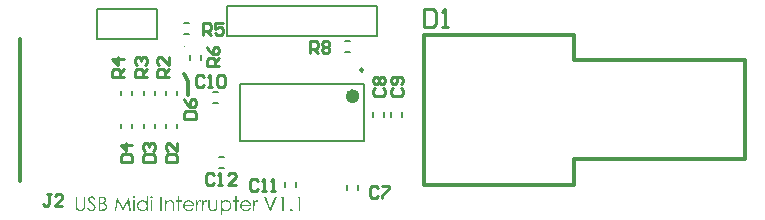
<source format=gto>
G04*
G04 #@! TF.GenerationSoftware,Altium Limited,Altium Designer,18.1.11 (251)*
G04*
G04 Layer_Color=65535*
%FSLAX25Y25*%
%MOIN*%
G70*
G01*
G75*
%ADD10C,0.00394*%
%ADD11C,0.02362*%
%ADD12C,0.00984*%
%ADD13C,0.01181*%
%ADD14C,0.00787*%
%ADD15C,0.01000*%
G36*
X326758Y264724D02*
X326796Y264714D01*
X326834Y264703D01*
X326878Y264681D01*
X326922Y264653D01*
X326965Y264615D01*
X326971Y264610D01*
X326982Y264593D01*
X327004Y264571D01*
X327026Y264544D01*
X327042Y264506D01*
X327064Y264457D01*
X327075Y264408D01*
X327080Y264353D01*
Y264348D01*
Y264331D01*
X327075Y264299D01*
X327064Y264266D01*
X327053Y264228D01*
X327031Y264184D01*
X327004Y264140D01*
X326965Y264096D01*
X326960Y264091D01*
X326944Y264080D01*
X326922Y264064D01*
X326894Y264042D01*
X326856Y264020D01*
X326807Y264004D01*
X326758Y263993D01*
X326703Y263987D01*
X326676D01*
X326649Y263993D01*
X326616Y264004D01*
X326572Y264015D01*
X326529Y264031D01*
X326485Y264058D01*
X326441Y264096D01*
X326436Y264102D01*
X326425Y264118D01*
X326409Y264140D01*
X326387Y264167D01*
X326365Y264206D01*
X326348Y264249D01*
X326338Y264299D01*
X326332Y264353D01*
Y264359D01*
Y264380D01*
X326338Y264408D01*
X326348Y264446D01*
X326359Y264484D01*
X326376Y264528D01*
X326403Y264571D01*
X326441Y264615D01*
X326447Y264621D01*
X326463Y264632D01*
X326485Y264653D01*
X326518Y264675D01*
X326556Y264692D01*
X326600Y264714D01*
X326649Y264724D01*
X326703Y264730D01*
X326731D01*
X326758Y264724D01*
D02*
G37*
G36*
X320916D02*
X320954Y264714D01*
X320992Y264703D01*
X321036Y264681D01*
X321080Y264653D01*
X321123Y264615D01*
X321129Y264610D01*
X321140Y264593D01*
X321162Y264571D01*
X321183Y264544D01*
X321200Y264506D01*
X321221Y264457D01*
X321232Y264408D01*
X321238Y264353D01*
Y264348D01*
Y264331D01*
X321232Y264299D01*
X321221Y264266D01*
X321211Y264228D01*
X321189Y264184D01*
X321162Y264140D01*
X321123Y264096D01*
X321118Y264091D01*
X321101Y264080D01*
X321080Y264064D01*
X321052Y264042D01*
X321014Y264020D01*
X320965Y264004D01*
X320916Y263993D01*
X320861Y263987D01*
X320834D01*
X320807Y263993D01*
X320774Y264004D01*
X320730Y264015D01*
X320686Y264031D01*
X320643Y264058D01*
X320599Y264096D01*
X320594Y264102D01*
X320583Y264118D01*
X320566Y264140D01*
X320545Y264167D01*
X320523Y264206D01*
X320506Y264249D01*
X320495Y264299D01*
X320490Y264353D01*
Y264359D01*
Y264380D01*
X320495Y264408D01*
X320506Y264446D01*
X320517Y264484D01*
X320534Y264528D01*
X320561Y264571D01*
X320599Y264615D01*
X320604Y264621D01*
X320621Y264632D01*
X320643Y264653D01*
X320675Y264675D01*
X320714Y264692D01*
X320757Y264714D01*
X320807Y264724D01*
X320861Y264730D01*
X320888D01*
X320916Y264724D01*
D02*
G37*
G36*
X306851Y264637D02*
X306884Y264632D01*
X306965Y264621D01*
X307064Y264599D01*
X307168Y264571D01*
X307277Y264528D01*
X307386Y264473D01*
X307391D01*
X307397Y264468D01*
X307413Y264457D01*
X307435Y264440D01*
X307495Y264397D01*
X307577Y264337D01*
X307621Y264299D01*
X307670Y264255D01*
X307719Y264200D01*
X307773Y264146D01*
X307828Y264086D01*
X307888Y264015D01*
X307948Y263944D01*
X308008Y263862D01*
X307621Y263572D01*
X307615Y263578D01*
X307610Y263589D01*
X307593Y263605D01*
X307577Y263627D01*
X307528Y263687D01*
X307462Y263763D01*
X307391Y263840D01*
X307315Y263916D01*
X307239Y263982D01*
X307200Y264015D01*
X307162Y264036D01*
X307151Y264042D01*
X307129Y264053D01*
X307091Y264075D01*
X307042Y264096D01*
X306982Y264113D01*
X306911Y264135D01*
X306834Y264146D01*
X306752Y264151D01*
X306703D01*
X306654Y264140D01*
X306589Y264129D01*
X306512Y264107D01*
X306436Y264080D01*
X306359Y264036D01*
X306288Y263976D01*
X306283Y263971D01*
X306261Y263944D01*
X306234Y263905D01*
X306201Y263856D01*
X306163Y263796D01*
X306136Y263720D01*
X306114Y263638D01*
X306108Y263545D01*
Y263540D01*
Y263518D01*
X306114Y263490D01*
Y263452D01*
X306125Y263403D01*
X306136Y263354D01*
X306147Y263299D01*
X306168Y263245D01*
X306174Y263239D01*
X306179Y263217D01*
X306196Y263190D01*
X306223Y263152D01*
X306256Y263103D01*
X306294Y263054D01*
X306343Y262994D01*
X306403Y262928D01*
X306409Y262923D01*
X306425Y262906D01*
X306458Y262879D01*
X306485Y262862D01*
X306512Y262835D01*
X306551Y262808D01*
X306594Y262775D01*
X306643Y262737D01*
X306698Y262693D01*
X306763Y262644D01*
X306840Y262590D01*
X306922Y262529D01*
X307015Y262458D01*
X307020Y262453D01*
X307042Y262437D01*
X307075Y262415D01*
X307113Y262382D01*
X307168Y262344D01*
X307222Y262295D01*
X307288Y262240D01*
X307353Y262186D01*
X307495Y262060D01*
X307632Y261923D01*
X307697Y261852D01*
X307757Y261782D01*
X307812Y261711D01*
X307861Y261645D01*
X307866Y261639D01*
X307872Y261629D01*
X307883Y261612D01*
X307899Y261585D01*
X307915Y261552D01*
X307932Y261514D01*
X307976Y261427D01*
X308019Y261317D01*
X308052Y261197D01*
X308079Y261072D01*
X308090Y260935D01*
Y260930D01*
Y260913D01*
Y260886D01*
X308085Y260848D01*
X308079Y260804D01*
X308068Y260755D01*
X308057Y260695D01*
X308041Y260629D01*
X308019Y260564D01*
X307992Y260493D01*
X307965Y260417D01*
X307926Y260340D01*
X307877Y260264D01*
X307828Y260187D01*
X307768Y260111D01*
X307697Y260040D01*
X307692Y260034D01*
X307681Y260023D01*
X307659Y260007D01*
X307626Y259980D01*
X307588Y259952D01*
X307544Y259920D01*
X307490Y259887D01*
X307430Y259854D01*
X307364Y259816D01*
X307293Y259783D01*
X307211Y259750D01*
X307129Y259723D01*
X307036Y259696D01*
X306944Y259679D01*
X306845Y259668D01*
X306742Y259663D01*
X306698D01*
X306671Y259668D01*
X306632D01*
X306589Y259674D01*
X306540Y259685D01*
X306485Y259690D01*
X306359Y259718D01*
X306228Y259761D01*
X306097Y259816D01*
X305961Y259892D01*
X305955Y259898D01*
X305944Y259903D01*
X305928Y259920D01*
X305901Y259936D01*
X305873Y259963D01*
X305835Y259991D01*
X305792Y260029D01*
X305748Y260072D01*
X305699Y260122D01*
X305650Y260182D01*
X305595Y260242D01*
X305540Y260313D01*
X305486Y260389D01*
X305431Y260471D01*
X305371Y260558D01*
X305316Y260657D01*
X305715Y260902D01*
X305721Y260892D01*
X305737Y260870D01*
X305759Y260831D01*
X305792Y260782D01*
X305830Y260722D01*
X305879Y260657D01*
X305933Y260586D01*
X305999Y260515D01*
X306065Y260438D01*
X306141Y260367D01*
X306223Y260302D01*
X306310Y260242D01*
X306403Y260193D01*
X306496Y260154D01*
X306594Y260133D01*
X306698Y260122D01*
X306742D01*
X306785Y260127D01*
X306845Y260138D01*
X306911Y260149D01*
X306987Y260165D01*
X307069Y260193D01*
X307146Y260231D01*
X307157Y260236D01*
X307178Y260253D01*
X307217Y260275D01*
X307266Y260307D01*
X307315Y260351D01*
X307369Y260400D01*
X307419Y260460D01*
X307462Y260526D01*
X307468Y260537D01*
X307479Y260558D01*
X307501Y260597D01*
X307522Y260646D01*
X307539Y260706D01*
X307561Y260777D01*
X307572Y260848D01*
X307577Y260924D01*
Y260930D01*
Y260935D01*
Y260968D01*
X307566Y261012D01*
X307555Y261072D01*
X307539Y261143D01*
X307506Y261225D01*
X307468Y261306D01*
X307413Y261394D01*
Y261399D01*
X307402Y261410D01*
X307391Y261427D01*
X307369Y261448D01*
X307342Y261481D01*
X307309Y261519D01*
X307271Y261558D01*
X307227Y261607D01*
X307173Y261661D01*
X307118Y261716D01*
X307047Y261782D01*
X306976Y261847D01*
X306894Y261918D01*
X306802Y261994D01*
X306709Y262071D01*
X306600Y262153D01*
X306594Y262158D01*
X306572Y262175D01*
X306545Y262196D01*
X306507Y262224D01*
X306458Y262262D01*
X306403Y262306D01*
X306288Y262404D01*
X306163Y262508D01*
X306043Y262617D01*
X305988Y262666D01*
X305939Y262715D01*
X305895Y262764D01*
X305862Y262803D01*
Y262808D01*
X305852Y262819D01*
X305841Y262835D01*
X305824Y262862D01*
X305808Y262890D01*
X305786Y262928D01*
X305742Y263021D01*
X305693Y263125D01*
X305655Y263250D01*
X305628Y263387D01*
X305622Y263458D01*
X305617Y263529D01*
Y263534D01*
Y263545D01*
Y263561D01*
Y263583D01*
X305622Y263638D01*
X305633Y263714D01*
X305655Y263802D01*
X305677Y263895D01*
X305715Y263993D01*
X305764Y264091D01*
Y264096D01*
X305770Y264102D01*
X305792Y264135D01*
X305824Y264178D01*
X305873Y264239D01*
X305928Y264304D01*
X305999Y264370D01*
X306086Y264435D01*
X306179Y264495D01*
X306185D01*
X306190Y264500D01*
X306206Y264511D01*
X306228Y264517D01*
X306283Y264544D01*
X306354Y264571D01*
X306441Y264593D01*
X306540Y264621D01*
X306649Y264637D01*
X306763Y264643D01*
X306818D01*
X306851Y264637D01*
D02*
G37*
G36*
X362035Y263370D02*
X362084Y263359D01*
X362144Y263349D01*
X362215Y263327D01*
X362286Y263294D01*
X362368Y263256D01*
X362128Y262874D01*
X362122Y262879D01*
X362106Y262884D01*
X362079Y262895D01*
X362046Y262906D01*
X361969Y262928D01*
X361931Y262939D01*
X361855D01*
X361811Y262928D01*
X361751Y262917D01*
X361686Y262895D01*
X361609Y262863D01*
X361533Y262813D01*
X361451Y262753D01*
X361440Y262742D01*
X361418Y262721D01*
X361380Y262671D01*
X361336Y262611D01*
X361281Y262529D01*
X361232Y262431D01*
X361178Y262311D01*
X361134Y262175D01*
Y262169D01*
X361129Y262158D01*
Y262142D01*
X361123Y262115D01*
X361118Y262076D01*
X361107Y262033D01*
X361101Y261978D01*
X361096Y261912D01*
X361085Y261836D01*
X361080Y261749D01*
X361074Y261650D01*
X361063Y261541D01*
X361058Y261416D01*
Y261279D01*
X361052Y261132D01*
Y260968D01*
Y259783D01*
X360594D01*
Y263288D01*
X361052D01*
Y262781D01*
X361063Y262786D01*
X361074Y262803D01*
X361085Y262824D01*
X361129Y262879D01*
X361183Y262945D01*
X361249Y263015D01*
X361320Y263092D01*
X361402Y263163D01*
X361484Y263223D01*
X361494Y263228D01*
X361522Y263245D01*
X361571Y263272D01*
X361631Y263299D01*
X361702Y263327D01*
X361784Y263354D01*
X361871Y263370D01*
X361964Y263376D01*
X361997D01*
X362035Y263370D01*
D02*
G37*
G36*
X345000D02*
X345049Y263359D01*
X345109Y263349D01*
X345180Y263327D01*
X345251Y263294D01*
X345333Y263256D01*
X345093Y262874D01*
X345087Y262879D01*
X345071Y262884D01*
X345043Y262895D01*
X345011Y262906D01*
X344934Y262928D01*
X344896Y262939D01*
X344820D01*
X344776Y262928D01*
X344716Y262917D01*
X344650Y262895D01*
X344574Y262863D01*
X344497Y262813D01*
X344416Y262753D01*
X344405Y262742D01*
X344383Y262721D01*
X344345Y262671D01*
X344301Y262611D01*
X344246Y262529D01*
X344197Y262431D01*
X344143Y262311D01*
X344099Y262175D01*
Y262169D01*
X344093Y262158D01*
Y262142D01*
X344088Y262115D01*
X344082Y262076D01*
X344072Y262033D01*
X344066Y261978D01*
X344061Y261912D01*
X344050Y261836D01*
X344044Y261749D01*
X344039Y261650D01*
X344028Y261541D01*
X344022Y261416D01*
Y261279D01*
X344017Y261132D01*
Y260968D01*
Y259783D01*
X343558D01*
Y263288D01*
X344017D01*
Y262781D01*
X344028Y262786D01*
X344039Y262803D01*
X344050Y262824D01*
X344093Y262879D01*
X344148Y262945D01*
X344214Y263015D01*
X344285Y263092D01*
X344367Y263163D01*
X344448Y263223D01*
X344459Y263228D01*
X344487Y263245D01*
X344536Y263272D01*
X344596Y263299D01*
X344667Y263327D01*
X344749Y263354D01*
X344836Y263370D01*
X344929Y263376D01*
X344962D01*
X345000Y263370D01*
D02*
G37*
G36*
X343012D02*
X343061Y263359D01*
X343122Y263349D01*
X343193Y263327D01*
X343264Y263294D01*
X343345Y263256D01*
X343105Y262874D01*
X343100Y262879D01*
X343083Y262884D01*
X343056Y262895D01*
X343023Y262906D01*
X342947Y262928D01*
X342909Y262939D01*
X342832D01*
X342789Y262928D01*
X342728Y262917D01*
X342663Y262895D01*
X342586Y262863D01*
X342510Y262813D01*
X342428Y262753D01*
X342417Y262742D01*
X342395Y262721D01*
X342357Y262671D01*
X342314Y262611D01*
X342259Y262529D01*
X342210Y262431D01*
X342155Y262311D01*
X342111Y262175D01*
Y262169D01*
X342106Y262158D01*
Y262142D01*
X342101Y262115D01*
X342095Y262076D01*
X342084Y262033D01*
X342079Y261978D01*
X342073Y261912D01*
X342062Y261836D01*
X342057Y261749D01*
X342051Y261650D01*
X342040Y261541D01*
X342035Y261416D01*
Y261279D01*
X342030Y261132D01*
Y260968D01*
Y259783D01*
X341571D01*
Y263288D01*
X342030D01*
Y262781D01*
X342040Y262786D01*
X342051Y262803D01*
X342062Y262824D01*
X342106Y262879D01*
X342161Y262945D01*
X342226Y263015D01*
X342297Y263092D01*
X342379Y263163D01*
X342461Y263223D01*
X342472Y263228D01*
X342499Y263245D01*
X342548Y263272D01*
X342608Y263299D01*
X342679Y263327D01*
X342761Y263354D01*
X342849Y263370D01*
X342941Y263376D01*
X342974D01*
X343012Y263370D01*
D02*
G37*
G36*
X333015D02*
X333048D01*
X333092Y263365D01*
X333184Y263349D01*
X333294Y263327D01*
X333408Y263288D01*
X333528Y263239D01*
X333643Y263174D01*
X333648D01*
X333654Y263163D01*
X333670Y263152D01*
X333692Y263136D01*
X333747Y263092D01*
X333812Y263032D01*
X333889Y262955D01*
X333965Y262863D01*
X334036Y262753D01*
X334096Y262633D01*
Y262628D01*
X334102Y262617D01*
X334113Y262600D01*
X334118Y262568D01*
X334129Y262535D01*
X334145Y262491D01*
X334156Y262437D01*
X334173Y262377D01*
X334184Y262311D01*
X334194Y262229D01*
X334211Y262147D01*
X334222Y262049D01*
X334233Y261945D01*
X334238Y261836D01*
X334244Y261716D01*
Y261585D01*
Y259783D01*
X333790D01*
Y261454D01*
Y261459D01*
Y261481D01*
Y261508D01*
Y261552D01*
Y261601D01*
Y261656D01*
X333785Y261782D01*
X333780Y261918D01*
X333769Y262049D01*
X333763Y262109D01*
X333758Y262169D01*
X333752Y262218D01*
X333741Y262262D01*
Y262267D01*
X333736Y262278D01*
X333730Y262295D01*
X333725Y262317D01*
X333703Y262382D01*
X333676Y262458D01*
X333632Y262540D01*
X333583Y262628D01*
X333517Y262710D01*
X333441Y262781D01*
X333430Y262786D01*
X333403Y262808D01*
X333354Y262835D01*
X333283Y262874D01*
X333201Y262906D01*
X333102Y262933D01*
X332988Y262955D01*
X332862Y262961D01*
X332824D01*
X332791Y262955D01*
X332758D01*
X332715Y262945D01*
X332616Y262928D01*
X332502Y262895D01*
X332376Y262846D01*
X332316Y262813D01*
X332251Y262781D01*
X332185Y262737D01*
X332125Y262688D01*
X332120Y262682D01*
X332109Y262677D01*
X332092Y262661D01*
X332076Y262639D01*
X332049Y262611D01*
X332016Y262579D01*
X331950Y262502D01*
X331879Y262404D01*
X331808Y262289D01*
X331748Y262158D01*
X331699Y262016D01*
Y262011D01*
Y262005D01*
X331694Y261989D01*
X331688Y261967D01*
X331683Y261934D01*
Y261896D01*
X331677Y261852D01*
X331672Y261803D01*
X331666Y261743D01*
X331661Y261672D01*
X331656Y261596D01*
X331650Y261508D01*
X331645Y261410D01*
Y261306D01*
X331639Y261192D01*
Y261066D01*
Y259783D01*
X331186D01*
Y263288D01*
X331639D01*
Y262655D01*
X331645Y262661D01*
X331650Y262671D01*
X331666Y262688D01*
X331688Y262715D01*
X331743Y262781D01*
X331814Y262863D01*
X331901Y262950D01*
X332005Y263037D01*
X332114Y263125D01*
X332234Y263196D01*
X332240D01*
X332251Y263201D01*
X332267Y263212D01*
X332294Y263223D01*
X332322Y263239D01*
X332360Y263250D01*
X332447Y263288D01*
X332551Y263321D01*
X332677Y263349D01*
X332808Y263370D01*
X332950Y263376D01*
X332988D01*
X333015Y263370D01*
D02*
G37*
G36*
X351645D02*
X351699Y263365D01*
X351765Y263359D01*
X351836Y263349D01*
X351923Y263332D01*
X352016Y263310D01*
X352114Y263278D01*
X352213Y263245D01*
X352322Y263201D01*
X352431Y263146D01*
X352535Y263086D01*
X352644Y263015D01*
X352748Y262928D01*
X352851Y262835D01*
X352857Y262830D01*
X352873Y262813D01*
X352900Y262781D01*
X352933Y262742D01*
X352977Y262688D01*
X353021Y262628D01*
X353070Y262557D01*
X353119Y262475D01*
X353168Y262382D01*
X353217Y262284D01*
X353261Y262180D01*
X353305Y262065D01*
X353337Y261945D01*
X353364Y261814D01*
X353381Y261683D01*
X353386Y261541D01*
Y261530D01*
Y261508D01*
X353381Y261465D01*
Y261410D01*
X353370Y261345D01*
X353359Y261268D01*
X353343Y261181D01*
X353321Y261088D01*
X353294Y260990D01*
X353255Y260881D01*
X353217Y260777D01*
X353163Y260662D01*
X353102Y260553D01*
X353031Y260444D01*
X352950Y260335D01*
X352857Y260231D01*
X352851Y260225D01*
X352835Y260209D01*
X352802Y260182D01*
X352764Y260149D01*
X352715Y260105D01*
X352649Y260062D01*
X352584Y260012D01*
X352502Y259963D01*
X352414Y259914D01*
X352316Y259865D01*
X352213Y259821D01*
X352103Y259778D01*
X351983Y259745D01*
X351858Y259718D01*
X351727Y259701D01*
X351590Y259696D01*
X351546D01*
X351519Y259701D01*
X351481D01*
X351437Y259707D01*
X351388Y259712D01*
X351333Y259718D01*
X351219Y259739D01*
X351088Y259767D01*
X350951Y259810D01*
X350815Y259865D01*
X350809D01*
X350798Y259876D01*
X350782Y259881D01*
X350755Y259898D01*
X350727Y259914D01*
X350689Y259936D01*
X350607Y259996D01*
X350509Y260067D01*
X350405Y260160D01*
X350296Y260264D01*
X350187Y260384D01*
Y258500D01*
X349734D01*
Y263288D01*
X350187D01*
Y262639D01*
X350192Y262644D01*
X350198Y262655D01*
X350214Y262677D01*
X350236Y262699D01*
X350291Y262764D01*
X350361Y262846D01*
X350449Y262939D01*
X350558Y263026D01*
X350673Y263114D01*
X350798Y263190D01*
X350804D01*
X350815Y263196D01*
X350831Y263207D01*
X350858Y263217D01*
X350891Y263234D01*
X350929Y263250D01*
X350978Y263267D01*
X351028Y263283D01*
X351142Y263316D01*
X351273Y263349D01*
X351421Y263370D01*
X351574Y263376D01*
X351606D01*
X351645Y263370D01*
D02*
G37*
G36*
X325524Y259783D02*
X325071D01*
Y260384D01*
X325065Y260378D01*
X325060Y260367D01*
X325044Y260351D01*
X325022Y260329D01*
X324962Y260264D01*
X324885Y260193D01*
X324792Y260105D01*
X324683Y260018D01*
X324563Y259936D01*
X324432Y259865D01*
X324427D01*
X324416Y259859D01*
X324399Y259849D01*
X324372Y259838D01*
X324339Y259827D01*
X324301Y259810D01*
X324257Y259794D01*
X324203Y259783D01*
X324088Y259750D01*
X323962Y259723D01*
X323815Y259701D01*
X323662Y259696D01*
X323629D01*
X323591Y259701D01*
X323537Y259707D01*
X323477Y259712D01*
X323400Y259723D01*
X323318Y259739D01*
X323225Y259761D01*
X323127Y259789D01*
X323029Y259827D01*
X322920Y259871D01*
X322816Y259920D01*
X322707Y259985D01*
X322603Y260056D01*
X322494Y260138D01*
X322395Y260231D01*
X322390Y260236D01*
X322374Y260258D01*
X322346Y260285D01*
X322313Y260329D01*
X322275Y260378D01*
X322232Y260444D01*
X322182Y260515D01*
X322133Y260597D01*
X322084Y260689D01*
X322035Y260788D01*
X321991Y260897D01*
X321953Y261012D01*
X321920Y261137D01*
X321893Y261263D01*
X321877Y261399D01*
X321871Y261541D01*
Y261552D01*
Y261574D01*
X321877Y261618D01*
X321882Y261667D01*
X321888Y261732D01*
X321899Y261809D01*
X321915Y261896D01*
X321937Y261989D01*
X321964Y262087D01*
X322002Y262191D01*
X322046Y262300D01*
X322095Y262409D01*
X322155Y262519D01*
X322226Y262628D01*
X322308Y262732D01*
X322401Y262835D01*
X322406Y262841D01*
X322423Y262857D01*
X322456Y262884D01*
X322494Y262923D01*
X322548Y262961D01*
X322608Y263004D01*
X322679Y263054D01*
X322761Y263108D01*
X322849Y263157D01*
X322947Y263207D01*
X323051Y263250D01*
X323160Y263294D01*
X323280Y263327D01*
X323406Y263354D01*
X323537Y263370D01*
X323673Y263376D01*
X323744D01*
X323782Y263370D01*
X323826Y263365D01*
X323881Y263359D01*
X323935Y263354D01*
X324055Y263332D01*
X324186Y263299D01*
X324323Y263250D01*
X324454Y263190D01*
X324459D01*
X324470Y263179D01*
X324487Y263168D01*
X324514Y263157D01*
X324541Y263136D01*
X324579Y263114D01*
X324661Y263054D01*
X324760Y262972D01*
X324863Y262879D01*
X324967Y262770D01*
X325071Y262639D01*
Y264643D01*
X325524D01*
Y259783D01*
D02*
G37*
G36*
X366436Y259783D02*
X366332D01*
X364296Y264522D01*
X364809D01*
X366387Y260853D01*
X367981Y264522D01*
X368500D01*
X366436Y259783D01*
D02*
G37*
G36*
X319851Y259783D02*
X319387D01*
X318912Y263174D01*
X317230Y259783D01*
X317110D01*
X315418Y263201D01*
X314948Y259783D01*
X314495D01*
X315166Y264522D01*
X315254D01*
X317176Y260635D01*
X319092Y264522D01*
X319163D01*
X319851Y259783D01*
D02*
G37*
G36*
X348724Y261568D02*
Y261563D01*
Y261536D01*
Y261498D01*
Y261448D01*
X348718Y261388D01*
X348713Y261317D01*
X348707Y261241D01*
X348702Y261159D01*
X348680Y260984D01*
X348653Y260804D01*
X348609Y260629D01*
X348582Y260547D01*
X348554Y260476D01*
Y260471D01*
X348549Y260460D01*
X348538Y260444D01*
X348521Y260417D01*
X348505Y260384D01*
X348483Y260351D01*
X348429Y260269D01*
X348352Y260176D01*
X348265Y260078D01*
X348161Y259985D01*
X348041Y259903D01*
X348036D01*
X348025Y259892D01*
X348008Y259887D01*
X347981Y259871D01*
X347948Y259854D01*
X347904Y259838D01*
X347861Y259821D01*
X347806Y259800D01*
X347752Y259778D01*
X347686Y259761D01*
X347615Y259745D01*
X347539Y259729D01*
X347375Y259707D01*
X347189Y259696D01*
X347140D01*
X347102Y259701D01*
X347058D01*
X347009Y259707D01*
X346954Y259712D01*
X346889Y259723D01*
X346753Y259745D01*
X346610Y259783D01*
X346469Y259832D01*
X346332Y259903D01*
X346327D01*
X346316Y259914D01*
X346299Y259925D01*
X346277Y259941D01*
X346212Y259991D01*
X346141Y260056D01*
X346054Y260138D01*
X345972Y260236D01*
X345890Y260351D01*
X345819Y260482D01*
Y260487D01*
X345813Y260498D01*
X345802Y260520D01*
X345792Y260553D01*
X345781Y260591D01*
X345770Y260640D01*
X345753Y260695D01*
X345737Y260760D01*
X345721Y260837D01*
X345710Y260919D01*
X345693Y261012D01*
X345682Y261110D01*
X345671Y261219D01*
X345660Y261339D01*
X345655Y261465D01*
Y261601D01*
Y263288D01*
X346108D01*
Y261650D01*
Y261645D01*
Y261623D01*
Y261596D01*
Y261552D01*
Y261503D01*
X346114Y261448D01*
Y261388D01*
Y261323D01*
X346125Y261186D01*
X346135Y261050D01*
X346141Y260984D01*
X346146Y260924D01*
X346157Y260870D01*
X346168Y260826D01*
Y260821D01*
X346174Y260810D01*
X346179Y260793D01*
X346190Y260771D01*
X346212Y260717D01*
X346250Y260640D01*
X346305Y260558D01*
X346365Y260476D01*
X346447Y260395D01*
X346539Y260318D01*
X346545D01*
X346550Y260313D01*
X346567Y260302D01*
X346589Y260291D01*
X346643Y260258D01*
X346725Y260225D01*
X346818Y260193D01*
X346927Y260160D01*
X347053Y260138D01*
X347189Y260133D01*
X347228D01*
X347255Y260138D01*
X347282D01*
X347320Y260143D01*
X347413Y260154D01*
X347511Y260176D01*
X347621Y260209D01*
X347724Y260253D01*
X347828Y260313D01*
X347834D01*
X347839Y260324D01*
X347872Y260346D01*
X347916Y260384D01*
X347975Y260438D01*
X348036Y260509D01*
X348096Y260591D01*
X348150Y260684D01*
X348194Y260788D01*
X348199Y260799D01*
Y260810D01*
X348205Y260831D01*
X348210Y260859D01*
X348216Y260886D01*
X348221Y260930D01*
X348232Y260973D01*
X348238Y261028D01*
X348243Y261088D01*
X348249Y261159D01*
X348254Y261241D01*
X348259Y261328D01*
Y261427D01*
X348265Y261530D01*
Y261650D01*
Y263288D01*
X348724D01*
Y261568D01*
D02*
G37*
G36*
X304640Y261656D02*
Y261650D01*
Y261629D01*
Y261596D01*
Y261552D01*
X304634Y261497D01*
Y261438D01*
X304629Y261367D01*
X304623Y261290D01*
X304607Y261126D01*
X304585Y260957D01*
X304558Y260788D01*
X304536Y260706D01*
X304514Y260629D01*
Y260624D01*
X304508Y260613D01*
X304498Y260591D01*
X304487Y260564D01*
X304476Y260531D01*
X304454Y260493D01*
X304405Y260400D01*
X304339Y260296D01*
X304252Y260182D01*
X304143Y260067D01*
X304083Y260007D01*
X304017Y259952D01*
X304012Y259947D01*
X304001Y259941D01*
X303979Y259925D01*
X303952Y259909D01*
X303913Y259887D01*
X303870Y259859D01*
X303820Y259832D01*
X303766Y259810D01*
X303700Y259783D01*
X303635Y259756D01*
X303558Y259729D01*
X303482Y259707D01*
X303307Y259674D01*
X303214Y259668D01*
X303116Y259663D01*
X303062D01*
X303018Y259668D01*
X302969Y259674D01*
X302914Y259679D01*
X302849Y259685D01*
X302778Y259696D01*
X302625Y259729D01*
X302461Y259778D01*
X302374Y259810D01*
X302292Y259849D01*
X302210Y259887D01*
X302133Y259936D01*
X302128Y259941D01*
X302117Y259947D01*
X302095Y259963D01*
X302068Y259985D01*
X302035Y260012D01*
X301997Y260045D01*
X301953Y260083D01*
X301909Y260127D01*
X301817Y260231D01*
X301729Y260356D01*
X301647Y260498D01*
X301609Y260575D01*
X301582Y260657D01*
Y260662D01*
X301576Y260668D01*
Y260689D01*
X301571Y260711D01*
X301566Y260744D01*
X301555Y260782D01*
X301549Y260831D01*
X301544Y260886D01*
X301533Y260951D01*
X301527Y261022D01*
X301522Y261104D01*
X301511Y261197D01*
X301505Y261296D01*
Y261405D01*
X301500Y261525D01*
Y261656D01*
Y264522D01*
X301975D01*
Y261661D01*
Y261656D01*
Y261639D01*
Y261612D01*
Y261579D01*
Y261541D01*
Y261492D01*
Y261388D01*
X301980Y261279D01*
Y261175D01*
X301986Y261126D01*
Y261088D01*
X301991Y261050D01*
Y261022D01*
Y261017D01*
Y261012D01*
X301997Y260979D01*
X302008Y260924D01*
X302024Y260859D01*
X302046Y260788D01*
X302079Y260706D01*
X302112Y260629D01*
X302155Y260553D01*
X302161Y260547D01*
X302183Y260520D01*
X302210Y260487D01*
X302254Y260444D01*
X302308Y260395D01*
X302379Y260346D01*
X302461Y260291D01*
X302554Y260242D01*
X302559D01*
X302565Y260236D01*
X302581Y260231D01*
X302597Y260220D01*
X302652Y260204D01*
X302723Y260182D01*
X302800Y260154D01*
X302892Y260138D01*
X302991Y260122D01*
X303089Y260116D01*
X303127D01*
X303176Y260122D01*
X303231Y260127D01*
X303302Y260138D01*
X303378Y260160D01*
X303455Y260182D01*
X303537Y260214D01*
X303548Y260220D01*
X303575Y260231D01*
X303613Y260253D01*
X303662Y260285D01*
X303722Y260324D01*
X303782Y260373D01*
X303842Y260427D01*
X303897Y260487D01*
X303902Y260498D01*
X303919Y260520D01*
X303946Y260558D01*
X303979Y260608D01*
X304017Y260673D01*
X304050Y260744D01*
X304088Y260826D01*
X304115Y260919D01*
Y260930D01*
X304121Y260957D01*
X304126Y260979D01*
X304132Y261006D01*
X304137Y261039D01*
X304143Y261077D01*
Y261126D01*
X304148Y261181D01*
X304154Y261241D01*
X304159Y261306D01*
Y261383D01*
X304165Y261470D01*
Y261563D01*
Y261661D01*
Y264522D01*
X304640D01*
Y261656D01*
D02*
G37*
G36*
X376351Y259783D02*
X375876D01*
Y264058D01*
X375134D01*
X375412Y264522D01*
X376351D01*
Y259783D01*
D02*
G37*
G36*
X370864D02*
X370389D01*
Y264058D01*
X369646D01*
X369925Y264522D01*
X370864D01*
Y259783D01*
D02*
G37*
G36*
X355079Y263288D02*
X355794D01*
Y262901D01*
X355079D01*
Y259783D01*
X354626D01*
Y262901D01*
X354009D01*
Y263288D01*
X354626D01*
Y264593D01*
X355079D01*
Y263288D01*
D02*
G37*
G36*
X336056D02*
X336772D01*
Y262901D01*
X336056D01*
Y259783D01*
X335603D01*
Y262901D01*
X334986D01*
Y263288D01*
X335603D01*
Y264593D01*
X336056D01*
Y263288D01*
D02*
G37*
G36*
X330176Y259783D02*
X329701Y259783D01*
Y264522D01*
X330176Y264522D01*
Y259783D01*
D02*
G37*
G36*
X326933Y259783D02*
X326480D01*
Y263288D01*
X326933D01*
Y259783D01*
D02*
G37*
G36*
X321091D02*
X320637D01*
Y263288D01*
X321091D01*
Y259783D01*
D02*
G37*
G36*
X310181Y264517D02*
X310236D01*
X310296Y264511D01*
X310356Y264506D01*
X310498Y264490D01*
X310640Y264462D01*
X310776Y264430D01*
X310842Y264408D01*
X310902Y264386D01*
X310908D01*
X310918Y264380D01*
X310929Y264370D01*
X310951Y264359D01*
X311006Y264331D01*
X311077Y264288D01*
X311153Y264228D01*
X311235Y264157D01*
X311312Y264075D01*
X311383Y263976D01*
Y263971D01*
X311388Y263966D01*
X311399Y263949D01*
X311410Y263927D01*
X311437Y263873D01*
X311475Y263796D01*
X311508Y263703D01*
X311536Y263600D01*
X311557Y263485D01*
X311563Y263359D01*
Y263354D01*
Y263343D01*
Y263327D01*
Y263305D01*
X311557Y263245D01*
X311541Y263168D01*
X311525Y263081D01*
X311497Y262983D01*
X311459Y262879D01*
X311404Y262781D01*
Y262775D01*
X311399Y262770D01*
X311377Y262737D01*
X311339Y262693D01*
X311290Y262633D01*
X311224Y262568D01*
X311148Y262497D01*
X311055Y262431D01*
X310951Y262366D01*
X310957D01*
X310968Y262360D01*
X310989Y262355D01*
X311011Y262344D01*
X311044Y262333D01*
X311077Y262316D01*
X311164Y262284D01*
X311252Y262240D01*
X311350Y262191D01*
X311437Y262131D01*
X311519Y262071D01*
X311530Y262065D01*
X311552Y262043D01*
X311590Y262005D01*
X311634Y261956D01*
X311683Y261896D01*
X311737Y261825D01*
X311787Y261749D01*
X311830Y261661D01*
X311836Y261650D01*
X311847Y261618D01*
X311869Y261568D01*
X311890Y261508D01*
X311907Y261432D01*
X311929Y261339D01*
X311940Y261246D01*
X311945Y261143D01*
Y261137D01*
Y261115D01*
Y261088D01*
X311940Y261050D01*
X311934Y260995D01*
X311923Y260941D01*
X311912Y260875D01*
X311890Y260810D01*
X311869Y260733D01*
X311841Y260657D01*
X311808Y260575D01*
X311770Y260493D01*
X311721Y260411D01*
X311661Y260329D01*
X311601Y260253D01*
X311525Y260176D01*
X311519Y260171D01*
X311508Y260160D01*
X311481Y260138D01*
X311448Y260116D01*
X311404Y260083D01*
X311355Y260051D01*
X311295Y260018D01*
X311230Y259980D01*
X311153Y259941D01*
X311071Y259909D01*
X310979Y259876D01*
X310875Y259843D01*
X310771Y259821D01*
X310656Y259800D01*
X310536Y259789D01*
X310405Y259783D01*
X309106D01*
Y264522D01*
X310132D01*
X310181Y264517D01*
D02*
G37*
G36*
X373425Y260487D02*
X373463Y260476D01*
X373506Y260466D01*
X373550Y260444D01*
X373599Y260411D01*
X373643Y260373D01*
X373648Y260367D01*
X373659Y260351D01*
X373681Y260329D01*
X373703Y260296D01*
X373725Y260253D01*
X373747Y260209D01*
X373758Y260154D01*
X373763Y260094D01*
Y260089D01*
Y260067D01*
X373758Y260034D01*
X373747Y259996D01*
X373736Y259952D01*
X373714Y259903D01*
X373681Y259854D01*
X373643Y259810D01*
X373638Y259805D01*
X373621Y259794D01*
X373599Y259772D01*
X373567Y259756D01*
X373523Y259734D01*
X373479Y259712D01*
X373425Y259701D01*
X373364Y259696D01*
X373337D01*
X373305Y259701D01*
X373266Y259712D01*
X373223Y259723D01*
X373179Y259745D01*
X373130Y259772D01*
X373086Y259810D01*
X373081Y259816D01*
X373070Y259832D01*
X373048Y259854D01*
X373031Y259887D01*
X373010Y259930D01*
X372988Y259980D01*
X372977Y260034D01*
X372971Y260094D01*
Y260100D01*
Y260122D01*
X372977Y260154D01*
X372988Y260193D01*
X372999Y260236D01*
X373021Y260280D01*
X373048Y260329D01*
X373086Y260373D01*
X373092Y260378D01*
X373108Y260389D01*
X373130Y260411D01*
X373163Y260433D01*
X373206Y260455D01*
X373250Y260476D01*
X373305Y260487D01*
X373364Y260493D01*
X373392D01*
X373425Y260487D01*
D02*
G37*
G36*
X358191Y263370D02*
X358251Y263365D01*
X358328Y263354D01*
X358415Y263338D01*
X358513Y263321D01*
X358617Y263288D01*
X358732Y263256D01*
X358846Y263212D01*
X358966Y263152D01*
X359087Y263086D01*
X359201Y263010D01*
X359321Y262917D01*
X359431Y262813D01*
X359534Y262693D01*
X359540Y262688D01*
X359551Y262671D01*
X359573Y262644D01*
X359594Y262606D01*
X359622Y262562D01*
X359654Y262508D01*
X359693Y262442D01*
X359725Y262366D01*
X359764Y262284D01*
X359796Y262196D01*
X359829Y262098D01*
X359862Y261989D01*
X359889Y261880D01*
X359906Y261760D01*
X359922Y261634D01*
X359928Y261503D01*
X356766D01*
Y261498D01*
Y261476D01*
X356772Y261443D01*
Y261399D01*
X356783Y261350D01*
X356788Y261290D01*
X356804Y261219D01*
X356821Y261148D01*
X356864Y260990D01*
X356897Y260908D01*
X356935Y260821D01*
X356979Y260739D01*
X357028Y260657D01*
X357088Y260575D01*
X357154Y260498D01*
X357159Y260493D01*
X357170Y260482D01*
X357192Y260460D01*
X357225Y260438D01*
X357258Y260411D01*
X357307Y260378D01*
X357356Y260340D01*
X357416Y260307D01*
X357481Y260269D01*
X357552Y260231D01*
X357629Y260198D01*
X357711Y260171D01*
X357798Y260149D01*
X357891Y260127D01*
X357984Y260116D01*
X358087Y260111D01*
X358137D01*
X358186Y260116D01*
X358257Y260122D01*
X358333Y260133D01*
X358426Y260149D01*
X358519Y260171D01*
X358612Y260204D01*
X358617D01*
X358623Y260209D01*
X358655Y260220D01*
X358704Y260242D01*
X358765Y260269D01*
X358830Y260302D01*
X358901Y260346D01*
X358972Y260395D01*
X359043Y260449D01*
X359054Y260455D01*
X359076Y260476D01*
X359108Y260515D01*
X359158Y260569D01*
X359218Y260640D01*
X359283Y260722D01*
X359354Y260826D01*
X359431Y260946D01*
X359813Y260744D01*
Y260739D01*
X359802Y260728D01*
X359796Y260711D01*
X359780Y260684D01*
X359764Y260651D01*
X359742Y260618D01*
X359687Y260531D01*
X359622Y260438D01*
X359551Y260340D01*
X359463Y260242D01*
X359376Y260149D01*
X359365Y260138D01*
X359332Y260111D01*
X359283Y260072D01*
X359218Y260023D01*
X359136Y259969D01*
X359037Y259914D01*
X358934Y259859D01*
X358824Y259810D01*
X358819D01*
X358808Y259805D01*
X358792Y259800D01*
X358770Y259794D01*
X358743Y259783D01*
X358710Y259772D01*
X358623Y259756D01*
X358519Y259734D01*
X358404Y259712D01*
X358273Y259701D01*
X358131Y259696D01*
X358093D01*
X358049Y259701D01*
X357989Y259707D01*
X357918Y259712D01*
X357831Y259723D01*
X357738Y259745D01*
X357640Y259767D01*
X357530Y259794D01*
X357421Y259832D01*
X357312Y259876D01*
X357197Y259930D01*
X357088Y259996D01*
X356979Y260067D01*
X356875Y260154D01*
X356783Y260253D01*
X356777Y260258D01*
X356761Y260280D01*
X356739Y260307D01*
X356706Y260351D01*
X356673Y260405D01*
X356630Y260466D01*
X356586Y260542D01*
X356542Y260624D01*
X356499Y260711D01*
X356455Y260810D01*
X356411Y260913D01*
X356379Y261028D01*
X356346Y261143D01*
X356324Y261268D01*
X356308Y261394D01*
X356302Y261525D01*
Y261530D01*
Y261552D01*
X356308Y261590D01*
Y261639D01*
X356313Y261694D01*
X356324Y261765D01*
X356335Y261842D01*
X356351Y261923D01*
X356373Y262011D01*
X356400Y262109D01*
X356433Y262207D01*
X356477Y262306D01*
X356520Y262409D01*
X356575Y262508D01*
X356641Y262611D01*
X356712Y262710D01*
X356717Y262715D01*
X356733Y262737D01*
X356766Y262770D01*
X356804Y262813D01*
X356859Y262863D01*
X356925Y262923D01*
X356995Y262983D01*
X357083Y263043D01*
X357176Y263103D01*
X357279Y263163D01*
X357394Y263223D01*
X357520Y263272D01*
X357651Y263316D01*
X357793Y263349D01*
X357945Y263370D01*
X358104Y263376D01*
X358142D01*
X358191Y263370D01*
D02*
G37*
G36*
X339169D02*
X339229Y263365D01*
X339305Y263354D01*
X339392Y263338D01*
X339491Y263321D01*
X339594Y263288D01*
X339709Y263256D01*
X339824Y263212D01*
X339944Y263152D01*
X340064Y263086D01*
X340179Y263010D01*
X340299Y262917D01*
X340408Y262813D01*
X340512Y262693D01*
X340517Y262688D01*
X340528Y262671D01*
X340550Y262644D01*
X340572Y262606D01*
X340599Y262562D01*
X340632Y262508D01*
X340670Y262442D01*
X340703Y262366D01*
X340741Y262284D01*
X340774Y262196D01*
X340807Y262098D01*
X340839Y261989D01*
X340867Y261880D01*
X340883Y261760D01*
X340899Y261634D01*
X340905Y261503D01*
X337743D01*
Y261498D01*
Y261476D01*
X337749Y261443D01*
Y261399D01*
X337760Y261350D01*
X337765Y261290D01*
X337782Y261219D01*
X337798Y261148D01*
X337842Y260990D01*
X337875Y260908D01*
X337913Y260821D01*
X337956Y260739D01*
X338006Y260657D01*
X338066Y260575D01*
X338131Y260498D01*
X338137Y260493D01*
X338147Y260482D01*
X338169Y260460D01*
X338202Y260438D01*
X338235Y260411D01*
X338284Y260378D01*
X338333Y260340D01*
X338393Y260307D01*
X338459Y260269D01*
X338530Y260231D01*
X338606Y260198D01*
X338688Y260171D01*
X338775Y260149D01*
X338868Y260127D01*
X338961Y260116D01*
X339065Y260111D01*
X339114D01*
X339163Y260116D01*
X339234Y260122D01*
X339311Y260133D01*
X339403Y260149D01*
X339496Y260171D01*
X339589Y260204D01*
X339594D01*
X339600Y260209D01*
X339633Y260220D01*
X339682Y260242D01*
X339742Y260269D01*
X339807Y260302D01*
X339878Y260346D01*
X339949Y260395D01*
X340020Y260449D01*
X340031Y260455D01*
X340053Y260476D01*
X340086Y260515D01*
X340135Y260569D01*
X340195Y260640D01*
X340261Y260722D01*
X340332Y260826D01*
X340408Y260946D01*
X340790Y260744D01*
Y260739D01*
X340779Y260728D01*
X340774Y260711D01*
X340757Y260684D01*
X340741Y260651D01*
X340719Y260618D01*
X340665Y260531D01*
X340599Y260438D01*
X340528Y260340D01*
X340441Y260242D01*
X340353Y260149D01*
X340342Y260138D01*
X340310Y260111D01*
X340261Y260072D01*
X340195Y260023D01*
X340113Y259969D01*
X340015Y259914D01*
X339911Y259859D01*
X339802Y259810D01*
X339796D01*
X339786Y259805D01*
X339769Y259800D01*
X339747Y259794D01*
X339720Y259783D01*
X339687Y259772D01*
X339600Y259756D01*
X339496Y259734D01*
X339382Y259712D01*
X339250Y259701D01*
X339108Y259696D01*
X339070D01*
X339027Y259701D01*
X338966Y259707D01*
X338896Y259712D01*
X338808Y259723D01*
X338715Y259745D01*
X338617Y259767D01*
X338508Y259794D01*
X338399Y259832D01*
X338289Y259876D01*
X338175Y259930D01*
X338066Y259996D01*
X337956Y260067D01*
X337853Y260154D01*
X337760Y260253D01*
X337754Y260258D01*
X337738Y260280D01*
X337716Y260307D01*
X337683Y260351D01*
X337651Y260405D01*
X337607Y260466D01*
X337563Y260542D01*
X337520Y260624D01*
X337476Y260711D01*
X337432Y260810D01*
X337389Y260913D01*
X337356Y261028D01*
X337323Y261143D01*
X337301Y261268D01*
X337285Y261394D01*
X337279Y261525D01*
Y261530D01*
Y261552D01*
X337285Y261590D01*
Y261639D01*
X337290Y261694D01*
X337301Y261765D01*
X337312Y261842D01*
X337329Y261923D01*
X337350Y262011D01*
X337378Y262109D01*
X337410Y262207D01*
X337454Y262306D01*
X337498Y262409D01*
X337552Y262508D01*
X337618Y262611D01*
X337689Y262710D01*
X337694Y262715D01*
X337711Y262737D01*
X337743Y262770D01*
X337782Y262813D01*
X337836Y262863D01*
X337902Y262923D01*
X337973Y262983D01*
X338060Y263043D01*
X338153Y263103D01*
X338257Y263163D01*
X338371Y263223D01*
X338497Y263272D01*
X338628Y263316D01*
X338770Y263349D01*
X338923Y263370D01*
X339081Y263376D01*
X339119D01*
X339169Y263370D01*
D02*
G37*
%LPC*%
G36*
X351541Y262939D02*
X351486D01*
X351443Y262933D01*
X351394Y262928D01*
X351333Y262917D01*
X351268Y262906D01*
X351197Y262890D01*
X351126Y262868D01*
X351044Y262841D01*
X350962Y262808D01*
X350880Y262764D01*
X350798Y262721D01*
X350716Y262666D01*
X350635Y262600D01*
X350558Y262529D01*
X350553Y262524D01*
X350542Y262513D01*
X350520Y262486D01*
X350498Y262458D01*
X350465Y262415D01*
X350432Y262366D01*
X350394Y262311D01*
X350361Y262251D01*
X350323Y262180D01*
X350285Y262104D01*
X350252Y262016D01*
X350220Y261929D01*
X350198Y261831D01*
X350176Y261732D01*
X350165Y261623D01*
X350160Y261514D01*
Y261508D01*
Y261498D01*
Y261476D01*
X350165Y261448D01*
Y261410D01*
X350170Y261372D01*
X350181Y261274D01*
X350203Y261164D01*
X350236Y261044D01*
X350274Y260919D01*
X350334Y260799D01*
Y260793D01*
X350345Y260782D01*
X350351Y260766D01*
X350367Y260744D01*
X350411Y260689D01*
X350465Y260618D01*
X350536Y260537D01*
X350629Y260455D01*
X350727Y260373D01*
X350848Y260296D01*
X350853D01*
X350864Y260291D01*
X350880Y260280D01*
X350907Y260269D01*
X350935Y260253D01*
X350973Y260236D01*
X351060Y260204D01*
X351164Y260171D01*
X351284Y260138D01*
X351410Y260116D01*
X351546Y260111D01*
X351585D01*
X351606Y260116D01*
X351639D01*
X351677Y260122D01*
X351770Y260133D01*
X351874Y260154D01*
X351989Y260187D01*
X352109Y260236D01*
X352229Y260296D01*
X352234D01*
X352245Y260307D01*
X352262Y260318D01*
X352284Y260329D01*
X352344Y260373D01*
X352414Y260433D01*
X352496Y260504D01*
X352584Y260597D01*
X352666Y260700D01*
X352742Y260821D01*
Y260826D01*
X352753Y260837D01*
X352759Y260853D01*
X352775Y260881D01*
X352786Y260908D01*
X352802Y260946D01*
X352840Y261033D01*
X352873Y261143D01*
X352906Y261263D01*
X352928Y261388D01*
X352933Y261525D01*
Y261530D01*
Y261541D01*
Y261563D01*
X352928Y261590D01*
Y261623D01*
X352922Y261661D01*
X352911Y261754D01*
X352884Y261863D01*
X352851Y261983D01*
X352808Y262109D01*
X352742Y262235D01*
Y262240D01*
X352731Y262251D01*
X352726Y262267D01*
X352709Y262289D01*
X352666Y262349D01*
X352611Y262426D01*
X352535Y262508D01*
X352447Y262595D01*
X352349Y262677D01*
X352234Y262753D01*
X352229D01*
X352218Y262759D01*
X352202Y262770D01*
X352180Y262781D01*
X352147Y262797D01*
X352114Y262813D01*
X352027Y262846D01*
X351929Y262879D01*
X351808Y262912D01*
X351677Y262933D01*
X351541Y262939D01*
D02*
G37*
G36*
X323711Y262939D02*
X323646D01*
X323613Y262933D01*
X323575Y262928D01*
X323482Y262917D01*
X323373Y262895D01*
X323258Y262862D01*
X323132Y262813D01*
X323012Y262753D01*
X323007D01*
X322996Y262742D01*
X322980Y262732D01*
X322958Y262721D01*
X322903Y262677D01*
X322832Y262617D01*
X322750Y262546D01*
X322668Y262458D01*
X322586Y262355D01*
X322510Y262235D01*
Y262229D01*
X322505Y262218D01*
X322494Y262202D01*
X322483Y262175D01*
X322466Y262147D01*
X322450Y262109D01*
X322417Y262022D01*
X322385Y261912D01*
X322352Y261792D01*
X322330Y261661D01*
X322324Y261525D01*
Y261519D01*
Y261508D01*
Y261487D01*
X322330Y261465D01*
Y261432D01*
X322335Y261394D01*
X322346Y261301D01*
X322368Y261192D01*
X322401Y261072D01*
X322450Y260946D01*
X322510Y260821D01*
Y260815D01*
X322521Y260804D01*
X322532Y260788D01*
X322543Y260766D01*
X322586Y260706D01*
X322647Y260629D01*
X322718Y260542D01*
X322805Y260455D01*
X322903Y260373D01*
X323018Y260296D01*
X323023D01*
X323034Y260291D01*
X323051Y260280D01*
X323073Y260269D01*
X323105Y260253D01*
X323138Y260236D01*
X323225Y260204D01*
X323329Y260171D01*
X323444Y260138D01*
X323569Y260116D01*
X323706Y260111D01*
X323744D01*
X323771Y260116D01*
X323804D01*
X323842Y260122D01*
X323935Y260133D01*
X324039Y260154D01*
X324159Y260187D01*
X324279Y260236D01*
X324405Y260296D01*
X324410D01*
X324421Y260307D01*
X324437Y260318D01*
X324459Y260329D01*
X324519Y260373D01*
X324596Y260427D01*
X324678Y260498D01*
X324760Y260586D01*
X324847Y260684D01*
X324918Y260799D01*
Y260804D01*
X324923Y260815D01*
X324934Y260831D01*
X324945Y260853D01*
X324962Y260886D01*
X324973Y260919D01*
X325011Y261006D01*
X325044Y261115D01*
X325071Y261235D01*
X325093Y261367D01*
X325098Y261514D01*
Y261519D01*
Y261541D01*
Y261574D01*
X325093Y261618D01*
X325087Y261667D01*
X325076Y261727D01*
X325065Y261792D01*
X325049Y261869D01*
X325027Y261945D01*
X325000Y262027D01*
X324967Y262115D01*
X324929Y262196D01*
X324880Y262284D01*
X324825Y262371D01*
X324765Y262453D01*
X324694Y262529D01*
X324689Y262535D01*
X324678Y262546D01*
X324656Y262568D01*
X324623Y262595D01*
X324585Y262622D01*
X324536Y262661D01*
X324481Y262699D01*
X324421Y262737D01*
X324356Y262775D01*
X324279Y262808D01*
X324197Y262846D01*
X324110Y262874D01*
X324017Y262901D01*
X323919Y262923D01*
X323820Y262933D01*
X323711Y262939D01*
D02*
G37*
G36*
X310209Y264058D02*
X309570D01*
Y262540D01*
X309919D01*
X309958Y262546D01*
X310007D01*
X310116Y262551D01*
X310230Y262562D01*
X310356Y262579D01*
X310465Y262600D01*
X310520Y262611D01*
X310564Y262628D01*
X310569D01*
X310575Y262633D01*
X310602Y262644D01*
X310646Y262666D01*
X310700Y262699D01*
X310760Y262737D01*
X310820Y262792D01*
X310880Y262846D01*
X310935Y262917D01*
X310940Y262928D01*
X310957Y262955D01*
X310979Y262994D01*
X311006Y263048D01*
X311028Y263114D01*
X311050Y263190D01*
X311066Y263272D01*
X311071Y263359D01*
Y263365D01*
Y263376D01*
Y263392D01*
X311066Y263414D01*
X311061Y263474D01*
X311044Y263545D01*
X311017Y263627D01*
X310973Y263714D01*
X310918Y263796D01*
X310842Y263873D01*
X310831Y263878D01*
X310820Y263889D01*
X310798Y263900D01*
X310776Y263916D01*
X310744Y263933D01*
X310706Y263949D01*
X310667Y263966D01*
X310618Y263982D01*
X310564Y263998D01*
X310504Y264015D01*
X310438Y264031D01*
X310367Y264042D01*
X310291Y264053D01*
X310209Y264058D01*
D02*
G37*
G36*
X310045Y262065D02*
X309570D01*
Y260247D01*
X310242D01*
X310280Y260253D01*
X310329D01*
X310443Y260258D01*
X310569Y260269D01*
X310695Y260291D01*
X310809Y260313D01*
X310864Y260329D01*
X310913Y260346D01*
X310918D01*
X310924Y260351D01*
X310951Y260367D01*
X311000Y260389D01*
X311055Y260422D01*
X311115Y260471D01*
X311181Y260526D01*
X311246Y260586D01*
X311306Y260662D01*
X311312Y260673D01*
X311328Y260700D01*
X311355Y260744D01*
X311383Y260804D01*
X311404Y260875D01*
X311432Y260951D01*
X311448Y261039D01*
X311454Y261132D01*
Y261137D01*
Y261148D01*
Y261164D01*
X311448Y261186D01*
X311443Y261246D01*
X311426Y261317D01*
X311404Y261405D01*
X311366Y261497D01*
X311317Y261590D01*
X311246Y261683D01*
Y261689D01*
X311235Y261694D01*
X311208Y261721D01*
X311164Y261760D01*
X311099Y261814D01*
X311017Y261863D01*
X310918Y261918D01*
X310804Y261967D01*
X310678Y262005D01*
X310667Y262011D01*
X310651D01*
X310629Y262016D01*
X310602Y262022D01*
X310569Y262027D01*
X310531Y262033D01*
X310482Y262038D01*
X310427Y262043D01*
X310367Y262049D01*
X310296D01*
X310225Y262054D01*
X310138Y262060D01*
X310045Y262065D01*
D02*
G37*
G36*
X358109Y262945D02*
X358060D01*
X358022Y262939D01*
X357978Y262933D01*
X357924Y262928D01*
X357869Y262917D01*
X357804Y262901D01*
X357662Y262863D01*
X357591Y262835D01*
X357514Y262803D01*
X357438Y262764D01*
X357367Y262721D01*
X357290Y262671D01*
X357219Y262611D01*
X357214D01*
X357208Y262600D01*
X357192Y262584D01*
X357176Y262568D01*
X357154Y262540D01*
X357126Y262508D01*
X357099Y262475D01*
X357066Y262431D01*
X357034Y262382D01*
X357001Y262328D01*
X356968Y262273D01*
X356930Y262207D01*
X356897Y262136D01*
X356864Y262060D01*
X356837Y261978D01*
X356810Y261891D01*
X359431D01*
Y261896D01*
X359425Y261907D01*
X359420Y261923D01*
X359414Y261951D01*
X359392Y262016D01*
X359365Y262093D01*
X359327Y262186D01*
X359278Y262278D01*
X359223Y262371D01*
X359163Y262458D01*
X359158Y262469D01*
X359130Y262497D01*
X359092Y262535D01*
X359043Y262584D01*
X358977Y262639D01*
X358901Y262699D01*
X358808Y262753D01*
X358704Y262808D01*
X358699D01*
X358694Y262813D01*
X358677Y262819D01*
X358655Y262830D01*
X358601Y262852D01*
X358524Y262879D01*
X358437Y262901D01*
X358333Y262923D01*
X358224Y262939D01*
X358109Y262945D01*
D02*
G37*
G36*
X339087D02*
X339037D01*
X338999Y262939D01*
X338956Y262933D01*
X338901Y262928D01*
X338846Y262917D01*
X338781Y262901D01*
X338639Y262863D01*
X338568Y262835D01*
X338492Y262803D01*
X338415Y262764D01*
X338344Y262721D01*
X338268Y262671D01*
X338197Y262611D01*
X338191D01*
X338186Y262600D01*
X338169Y262584D01*
X338153Y262568D01*
X338131Y262540D01*
X338104Y262508D01*
X338076Y262475D01*
X338044Y262431D01*
X338011Y262382D01*
X337978Y262328D01*
X337946Y262273D01*
X337907Y262207D01*
X337875Y262136D01*
X337842Y262060D01*
X337814Y261978D01*
X337787Y261891D01*
X340408D01*
Y261896D01*
X340403Y261907D01*
X340397Y261923D01*
X340392Y261951D01*
X340370Y262016D01*
X340342Y262093D01*
X340304Y262186D01*
X340255Y262278D01*
X340200Y262371D01*
X340140Y262458D01*
X340135Y262469D01*
X340108Y262497D01*
X340069Y262535D01*
X340020Y262584D01*
X339955Y262639D01*
X339878Y262699D01*
X339786Y262753D01*
X339682Y262808D01*
X339676D01*
X339671Y262813D01*
X339654Y262819D01*
X339633Y262830D01*
X339578Y262852D01*
X339502Y262879D01*
X339414Y262901D01*
X339311Y262923D01*
X339201Y262939D01*
X339087Y262945D01*
D02*
G37*
%LPD*%
D10*
X337862Y314740D02*
G03*
X337862Y314740I-197J0D01*
G01*
D11*
X394913Y298012D02*
G03*
X394913Y298012I-1181J0D01*
G01*
D12*
X397276Y306772D02*
G03*
X397276Y306772I-492J0D01*
G01*
D13*
X417500Y268500D02*
X467500D01*
X417500Y318500D02*
X467500D01*
X417500Y268500D02*
Y318500D01*
X467500Y268500D02*
Y276965D01*
Y310035D02*
Y318500D01*
Y310035D02*
X524587D01*
X467500Y276965D02*
X524587D01*
Y310035D01*
X282894Y269878D02*
Y317122D01*
X337500Y305500D02*
X339000Y303000D01*
Y298500D02*
Y303000D01*
D14*
X349200Y274130D02*
X350800D01*
X349200Y277870D02*
X350800D01*
X395504Y266700D02*
Y268300D01*
X391764Y266700D02*
Y268300D01*
X375032Y267700D02*
Y269300D01*
X371291Y267700D02*
Y269300D01*
X406630Y291200D02*
Y292800D01*
X410370Y291200D02*
Y292800D01*
X400630Y291200D02*
Y292800D01*
X404370Y291200D02*
Y292800D01*
X391200Y312630D02*
X392800D01*
X391200Y316370D02*
X392800D01*
X402000Y318000D02*
Y328000D01*
X352000Y318000D02*
X402000D01*
X352000Y328000D02*
X402000D01*
X352000Y318000D02*
Y328000D01*
X337700Y318630D02*
X339300D01*
X337700Y322370D02*
X339300D01*
X339630Y310200D02*
Y311800D01*
X343370Y310200D02*
Y311800D01*
X347141Y295630D02*
X348741D01*
X347141Y299370D02*
X348741D01*
X335370Y298259D02*
Y299859D01*
X331630Y298259D02*
Y299859D01*
X327870Y298259D02*
Y299859D01*
X324130Y298259D02*
Y299859D01*
X320370Y298259D02*
Y299859D01*
X316630Y298259D02*
Y299859D01*
X316630Y287259D02*
Y288859D01*
X320370Y287259D02*
Y288859D01*
X324130Y287259D02*
Y288859D01*
X327870Y287259D02*
Y288859D01*
X331630Y287259D02*
Y288859D01*
X335370Y287259D02*
Y288859D01*
X328500Y317000D02*
Y327000D01*
X308500Y317000D02*
X328500D01*
X308500D02*
Y327000D01*
X328500D01*
X356331Y283051D02*
Y301949D01*
X397669Y283051D02*
Y301949D01*
X356331Y283051D02*
X397669D01*
X356331Y301949D02*
X397669D01*
D15*
X417500Y326998D02*
Y321000D01*
X420499D01*
X421499Y322000D01*
Y325998D01*
X420499Y326998D01*
X417500D01*
X423498Y321000D02*
X425497D01*
X424498D01*
Y326998D01*
X423498Y325998D01*
X344124Y304280D02*
X343468Y304936D01*
X342156D01*
X341500Y304280D01*
Y301656D01*
X342156Y301000D01*
X343468D01*
X344124Y301656D01*
X345436Y301000D02*
X346748D01*
X346092D01*
Y304936D01*
X345436Y304280D01*
X348715D02*
X349372Y304936D01*
X350683D01*
X351339Y304280D01*
Y301656D01*
X350683Y301000D01*
X349372D01*
X348715Y301656D01*
Y304280D01*
X379500Y312500D02*
Y316436D01*
X381468D01*
X382124Y315780D01*
Y314468D01*
X381468Y313812D01*
X379500D01*
X380812D02*
X382124Y312500D01*
X383436Y315780D02*
X384092Y316436D01*
X385404D01*
X386060Y315780D01*
Y315124D01*
X385404Y314468D01*
X386060Y313812D01*
Y313156D01*
X385404Y312500D01*
X384092D01*
X383436Y313156D01*
Y313812D01*
X384092Y314468D01*
X383436Y315124D01*
Y315780D01*
X384092Y314468D02*
X385404D01*
X349200Y308000D02*
X345264D01*
Y309968D01*
X345920Y310624D01*
X347232D01*
X347888Y309968D01*
Y308000D01*
Y309312D02*
X349200Y310624D01*
X345264Y314560D02*
X345920Y313248D01*
X347232Y311936D01*
X348544D01*
X349200Y312592D01*
Y313904D01*
X348544Y314560D01*
X347888D01*
X347232Y313904D01*
Y311936D01*
X344000Y318500D02*
Y322436D01*
X345968D01*
X346624Y321780D01*
Y320468D01*
X345968Y319812D01*
X344000D01*
X345312D02*
X346624Y318500D01*
X350560Y322436D02*
X347936D01*
Y320468D01*
X349248Y321124D01*
X349904D01*
X350560Y320468D01*
Y319156D01*
X349904Y318500D01*
X348592D01*
X347936Y319156D01*
X317648Y304500D02*
X313713D01*
Y306468D01*
X314369Y307124D01*
X315680D01*
X316336Y306468D01*
Y304500D01*
Y305812D02*
X317648Y307124D01*
Y310404D02*
X313713D01*
X315680Y308436D01*
Y311060D01*
X325148Y304500D02*
X321213D01*
Y306468D01*
X321868Y307124D01*
X323180D01*
X323836Y306468D01*
Y304500D01*
Y305812D02*
X325148Y307124D01*
X321868Y308436D02*
X321213Y309092D01*
Y310404D01*
X321868Y311060D01*
X322524D01*
X323180Y310404D01*
Y309748D01*
Y310404D01*
X323836Y311060D01*
X324492D01*
X325148Y310404D01*
Y309092D01*
X324492Y308436D01*
X332648Y304500D02*
X328713D01*
Y306468D01*
X329368Y307124D01*
X330680D01*
X331336Y306468D01*
Y304500D01*
Y305812D02*
X332648Y307124D01*
Y311060D02*
Y308436D01*
X330025Y311060D01*
X329368D01*
X328713Y310404D01*
Y309092D01*
X329368Y308436D01*
X293124Y265436D02*
X291812D01*
X292468D01*
Y262156D01*
X291812Y261500D01*
X291156D01*
X290500Y262156D01*
X297060Y261500D02*
X294436D01*
X297060Y264124D01*
Y264780D01*
X296404Y265436D01*
X295092D01*
X294436Y264780D01*
X337564Y290500D02*
X341500D01*
Y292468D01*
X340844Y293124D01*
X338220D01*
X337564Y292468D01*
Y290500D01*
Y297060D02*
X338220Y295748D01*
X339532Y294436D01*
X340844D01*
X341500Y295092D01*
Y296404D01*
X340844Y297060D01*
X340188D01*
X339532Y296404D01*
Y294436D01*
X316410Y275970D02*
X320345D01*
Y277938D01*
X319689Y278594D01*
X317066D01*
X316410Y277938D01*
Y275970D01*
X320345Y281874D02*
X316410D01*
X318377Y279906D01*
Y282530D01*
X323910Y275970D02*
X327845D01*
Y277938D01*
X327189Y278594D01*
X324566D01*
X323910Y277938D01*
Y275970D01*
X324566Y279906D02*
X323910Y280562D01*
Y281874D01*
X324566Y282530D01*
X325221D01*
X325877Y281874D01*
Y281218D01*
Y281874D01*
X326533Y282530D01*
X327189D01*
X327845Y281874D01*
Y280562D01*
X327189Y279906D01*
X331410Y275970D02*
X335345D01*
Y277938D01*
X334689Y278594D01*
X332066D01*
X331410Y277938D01*
Y275970D01*
X335345Y282530D02*
Y279906D01*
X332721Y282530D01*
X332066D01*
X331410Y281874D01*
Y280562D01*
X332066Y279906D01*
X347624Y271780D02*
X346968Y272436D01*
X345656D01*
X345000Y271780D01*
Y269156D01*
X345656Y268500D01*
X346968D01*
X347624Y269156D01*
X348936Y268500D02*
X350248D01*
X349592D01*
Y272436D01*
X348936Y271780D01*
X354839Y268500D02*
X352216D01*
X354839Y271124D01*
Y271780D01*
X354183Y272436D01*
X352871D01*
X352216Y271780D01*
X362124Y269780D02*
X361468Y270436D01*
X360156D01*
X359500Y269780D01*
Y267156D01*
X360156Y266500D01*
X361468D01*
X362124Y267156D01*
X363436Y266500D02*
X364748D01*
X364092D01*
Y270436D01*
X363436Y269780D01*
X366716Y266500D02*
X368027D01*
X367372D01*
Y270436D01*
X366716Y269780D01*
X407120Y300624D02*
X406464Y299968D01*
Y298656D01*
X407120Y298000D01*
X409744D01*
X410400Y298656D01*
Y299968D01*
X409744Y300624D01*
Y301936D02*
X410400Y302592D01*
Y303904D01*
X409744Y304560D01*
X407120D01*
X406464Y303904D01*
Y302592D01*
X407120Y301936D01*
X407776D01*
X408432Y302592D01*
Y304560D01*
X401120Y300624D02*
X400464Y299968D01*
Y298656D01*
X401120Y298000D01*
X403744D01*
X404400Y298656D01*
Y299968D01*
X403744Y300624D01*
X401120Y301936D02*
X400464Y302592D01*
Y303904D01*
X401120Y304560D01*
X401776D01*
X402432Y303904D01*
X403088Y304560D01*
X403744D01*
X404400Y303904D01*
Y302592D01*
X403744Y301936D01*
X403088D01*
X402432Y302592D01*
X401776Y301936D01*
X401120D01*
X402432Y302592D02*
Y303904D01*
X402124Y267280D02*
X401468Y267936D01*
X400156D01*
X399500Y267280D01*
Y264656D01*
X400156Y264000D01*
X401468D01*
X402124Y264656D01*
X403436Y267936D02*
X406060D01*
Y267280D01*
X403436Y264656D01*
Y264000D01*
M02*

</source>
